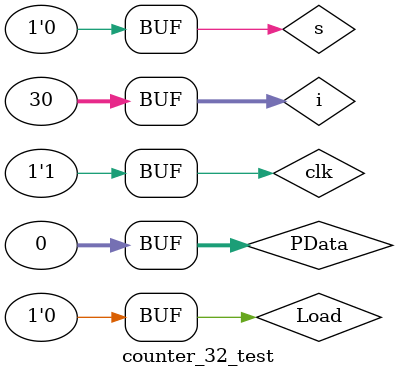
<source format=v>
`timescale 1ns / 1ps


module counter_32_test;

	// Inputs
	reg clk;
	reg s;
	reg Load;
	reg [31:0] PData;

	// Outputs
	wire [31:0] cnt;
	wire Rc;

	// Instantiate the Unit Under Test (UUT)
	counter_32_rev uut (
		.clk(clk), 
		.s(s), 
		.Load(Load), 
		.PData(PData), 
		.cnt(cnt), 
		.Rc(Rc)
	);

	integer i; 
	initial begin
		// Initialize Inputs
		clk = 0;
		s = 1;
		Load = 1;
		PData = 32'hFFFFFFFF;
		#10; 
		
		clk=1; 
		#10; 
		
		PData=0; 
		Load=0; 
		#30; 

		for(i=0; i<30; i=i+1)begin
			clk=~clk; 
			#10; 
		end
		
		#50; 
		Load=0; 
		clk=0; 
		s=0; 
		
		for(i=0; i<30; i=i+1)begin
			clk=~clk; 
			#10; 
		end
        
		clk=0; 
		PData=0; 
		#10; 
		Load=1; 
		#10; 
		Load=0;
		#10; 
		clk=1; 		 

	end
      
endmodule


</source>
